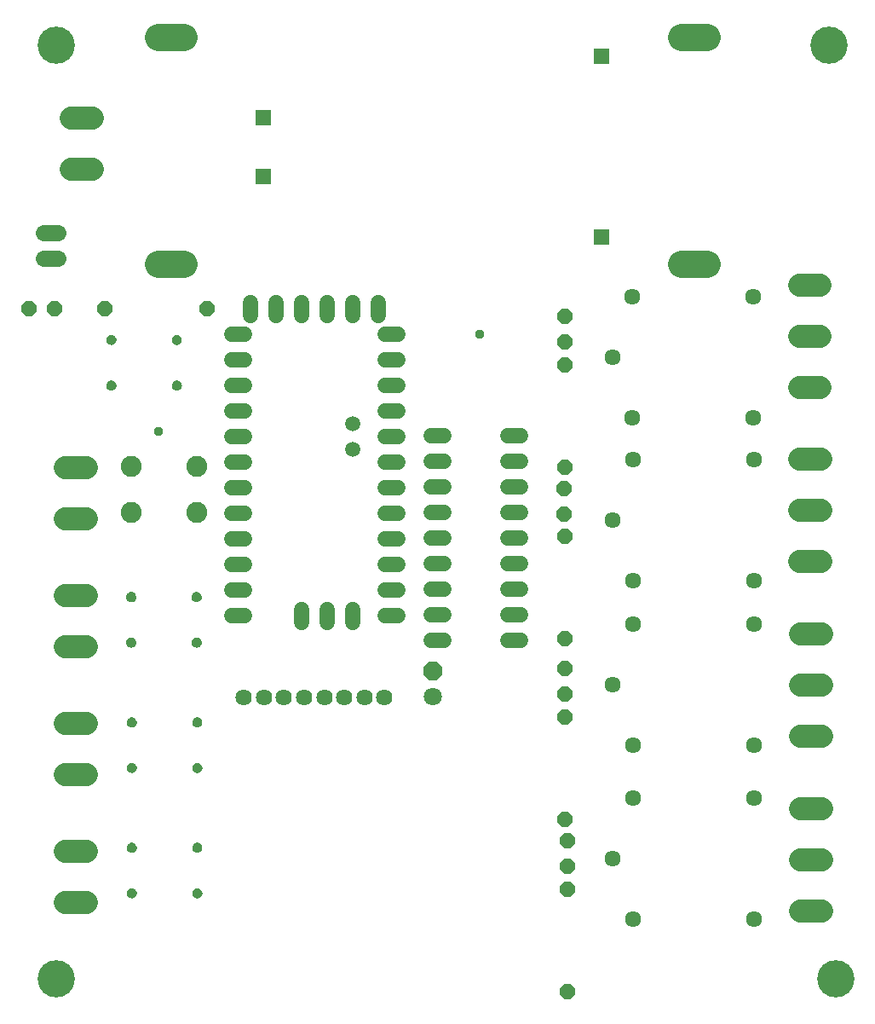
<source format=gbr>
G04 EAGLE Gerber RS-274X export*
G75*
%MOMM*%
%FSLAX34Y34*%
%LPD*%
%INSoldermask Top*%
%IPPOS*%
%AMOC8*
5,1,8,0,0,1.08239X$1,22.5*%
G01*
%ADD10C,3.703200*%
%ADD11P,1.951982X8X112.500000*%
%ADD12C,1.803400*%
%ADD13C,2.743200*%
%ADD14P,1.649562X8X112.500000*%
%ADD15P,1.649562X8X292.500000*%
%ADD16C,2.082800*%
%ADD17C,1.625600*%
%ADD18C,1.511200*%
%ADD19C,1.511200*%
%ADD20R,1.511200X1.511200*%
%ADD21C,1.524000*%
%ADD22P,1.649562X8X202.500000*%
%ADD23P,1.649562X8X22.500000*%
%ADD24C,2.298700*%
%ADD25C,1.625600*%
%ADD26C,1.611200*%
%ADD27C,0.959600*%

G36*
X165649Y667323D02*
X165649Y667323D01*
X165697Y667337D01*
X165787Y667355D01*
X166696Y667676D01*
X166740Y667701D01*
X166824Y667738D01*
X167639Y668253D01*
X167676Y668287D01*
X167749Y668342D01*
X168429Y669026D01*
X168458Y669067D01*
X168517Y669137D01*
X169028Y669955D01*
X169046Y670002D01*
X169089Y670083D01*
X169404Y670994D01*
X169412Y671044D01*
X169436Y671133D01*
X169541Y672091D01*
X169538Y672121D01*
X169544Y672160D01*
X169544Y672261D01*
X169539Y672289D01*
X169541Y672325D01*
X169442Y673298D01*
X169429Y673347D01*
X169412Y673437D01*
X169100Y674364D01*
X169075Y674408D01*
X169040Y674493D01*
X168529Y675327D01*
X168495Y675365D01*
X168441Y675439D01*
X167757Y676139D01*
X167716Y676168D01*
X167647Y676228D01*
X166825Y676758D01*
X166778Y676778D01*
X166698Y676822D01*
X165778Y677155D01*
X165729Y677164D01*
X165640Y677189D01*
X164669Y677309D01*
X164659Y677309D01*
X164647Y677312D01*
X164344Y677339D01*
X164294Y677334D01*
X164195Y677334D01*
X163238Y677192D01*
X163190Y677176D01*
X163100Y677156D01*
X162198Y676804D01*
X162155Y676778D01*
X162073Y676738D01*
X161272Y676195D01*
X161236Y676159D01*
X161164Y676102D01*
X160504Y675394D01*
X160477Y675352D01*
X160420Y675280D01*
X159934Y674443D01*
X159917Y674395D01*
X159877Y674312D01*
X159590Y673388D01*
X159584Y673338D01*
X159563Y673248D01*
X159497Y672383D01*
X159495Y672375D01*
X159495Y672357D01*
X159492Y672316D01*
X159488Y672287D01*
X159488Y672235D01*
X159493Y672208D01*
X159596Y671241D01*
X159610Y671193D01*
X159627Y671102D01*
X159946Y670172D01*
X159971Y670128D01*
X160007Y670043D01*
X160526Y669207D01*
X160559Y669170D01*
X160614Y669096D01*
X161305Y668396D01*
X161347Y668367D01*
X161416Y668306D01*
X162246Y667778D01*
X162293Y667759D01*
X162374Y667716D01*
X163301Y667385D01*
X163351Y667377D01*
X163439Y667353D01*
X164392Y667240D01*
X164496Y667220D01*
X164500Y667220D01*
X164503Y667218D01*
X164691Y667212D01*
X165649Y667323D01*
G37*
G36*
X100625Y667298D02*
X100625Y667298D01*
X100673Y667312D01*
X100763Y667330D01*
X101672Y667651D01*
X101716Y667676D01*
X101800Y667713D01*
X102615Y668228D01*
X102652Y668262D01*
X102725Y668317D01*
X103405Y669001D01*
X103434Y669042D01*
X103493Y669112D01*
X104004Y669930D01*
X104022Y669977D01*
X104065Y670058D01*
X104380Y670969D01*
X104388Y671019D01*
X104412Y671108D01*
X104517Y672066D01*
X104514Y672096D01*
X104520Y672135D01*
X104520Y672236D01*
X104515Y672264D01*
X104517Y672300D01*
X104418Y673273D01*
X104405Y673322D01*
X104388Y673412D01*
X104076Y674339D01*
X104051Y674383D01*
X104016Y674468D01*
X103505Y675302D01*
X103471Y675340D01*
X103417Y675414D01*
X102733Y676114D01*
X102692Y676143D01*
X102623Y676203D01*
X101801Y676733D01*
X101754Y676753D01*
X101674Y676797D01*
X100754Y677130D01*
X100705Y677139D01*
X100616Y677164D01*
X99645Y677284D01*
X99635Y677284D01*
X99623Y677287D01*
X99320Y677314D01*
X99270Y677309D01*
X99171Y677309D01*
X98214Y677167D01*
X98166Y677151D01*
X98076Y677131D01*
X97174Y676779D01*
X97131Y676753D01*
X97049Y676713D01*
X96248Y676170D01*
X96212Y676134D01*
X96140Y676077D01*
X95480Y675369D01*
X95453Y675327D01*
X95396Y675255D01*
X94910Y674418D01*
X94893Y674370D01*
X94853Y674287D01*
X94566Y673363D01*
X94560Y673313D01*
X94539Y673223D01*
X94473Y672358D01*
X94471Y672350D01*
X94471Y672332D01*
X94468Y672291D01*
X94464Y672262D01*
X94464Y672210D01*
X94469Y672183D01*
X94572Y671216D01*
X94586Y671168D01*
X94603Y671077D01*
X94922Y670147D01*
X94947Y670103D01*
X94983Y670018D01*
X95502Y669182D01*
X95535Y669145D01*
X95590Y669071D01*
X96281Y668371D01*
X96323Y668342D01*
X96392Y668281D01*
X97222Y667753D01*
X97269Y667734D01*
X97350Y667691D01*
X98277Y667360D01*
X98327Y667352D01*
X98415Y667328D01*
X99368Y667215D01*
X99472Y667195D01*
X99476Y667195D01*
X99479Y667193D01*
X99667Y667187D01*
X100625Y667298D01*
G37*
G36*
X100625Y622060D02*
X100625Y622060D01*
X100673Y622074D01*
X100763Y622092D01*
X101672Y622413D01*
X101716Y622438D01*
X101800Y622475D01*
X102615Y622990D01*
X102652Y623024D01*
X102725Y623079D01*
X103405Y623763D01*
X103434Y623804D01*
X103493Y623874D01*
X104004Y624692D01*
X104022Y624739D01*
X104065Y624820D01*
X104380Y625731D01*
X104388Y625781D01*
X104412Y625870D01*
X104517Y626828D01*
X104514Y626858D01*
X104520Y626897D01*
X104520Y626998D01*
X104515Y627026D01*
X104517Y627062D01*
X104418Y628035D01*
X104405Y628084D01*
X104388Y628174D01*
X104076Y629101D01*
X104051Y629145D01*
X104016Y629230D01*
X103505Y630064D01*
X103471Y630102D01*
X103417Y630176D01*
X102733Y630876D01*
X102692Y630905D01*
X102623Y630965D01*
X101801Y631495D01*
X101754Y631515D01*
X101674Y631559D01*
X100754Y631892D01*
X100705Y631901D01*
X100616Y631926D01*
X99645Y632046D01*
X99635Y632046D01*
X99623Y632049D01*
X99320Y632076D01*
X99270Y632071D01*
X99171Y632071D01*
X98214Y631929D01*
X98166Y631913D01*
X98076Y631893D01*
X97174Y631541D01*
X97131Y631515D01*
X97049Y631475D01*
X96248Y630932D01*
X96212Y630896D01*
X96140Y630839D01*
X95480Y630131D01*
X95453Y630089D01*
X95396Y630017D01*
X94910Y629180D01*
X94893Y629132D01*
X94853Y629049D01*
X94566Y628125D01*
X94560Y628075D01*
X94539Y627985D01*
X94473Y627120D01*
X94471Y627112D01*
X94471Y627094D01*
X94468Y627053D01*
X94464Y627024D01*
X94464Y626972D01*
X94469Y626945D01*
X94572Y625978D01*
X94586Y625930D01*
X94603Y625839D01*
X94922Y624909D01*
X94947Y624865D01*
X94983Y624780D01*
X95502Y623944D01*
X95535Y623907D01*
X95590Y623833D01*
X96281Y623133D01*
X96323Y623104D01*
X96392Y623043D01*
X97222Y622515D01*
X97269Y622496D01*
X97350Y622453D01*
X98277Y622122D01*
X98327Y622114D01*
X98415Y622090D01*
X99368Y621977D01*
X99472Y621957D01*
X99476Y621957D01*
X99479Y621955D01*
X99667Y621949D01*
X100625Y622060D01*
G37*
G36*
X165700Y622035D02*
X165700Y622035D01*
X165748Y622049D01*
X165838Y622067D01*
X166747Y622388D01*
X166791Y622413D01*
X166875Y622450D01*
X167690Y622965D01*
X167727Y622999D01*
X167800Y623054D01*
X168480Y623738D01*
X168509Y623779D01*
X168568Y623849D01*
X169079Y624667D01*
X169097Y624714D01*
X169140Y624795D01*
X169455Y625706D01*
X169463Y625756D01*
X169487Y625845D01*
X169592Y626803D01*
X169589Y626833D01*
X169595Y626872D01*
X169595Y626973D01*
X169590Y627001D01*
X169592Y627037D01*
X169493Y628010D01*
X169480Y628059D01*
X169463Y628149D01*
X169151Y629076D01*
X169126Y629120D01*
X169091Y629205D01*
X168580Y630039D01*
X168546Y630077D01*
X168492Y630151D01*
X167808Y630851D01*
X167767Y630880D01*
X167698Y630940D01*
X166876Y631470D01*
X166829Y631490D01*
X166749Y631534D01*
X165829Y631867D01*
X165780Y631876D01*
X165691Y631901D01*
X164720Y632021D01*
X164710Y632021D01*
X164698Y632024D01*
X164395Y632051D01*
X164345Y632046D01*
X164246Y632046D01*
X163289Y631904D01*
X163241Y631888D01*
X163151Y631868D01*
X162249Y631516D01*
X162206Y631490D01*
X162124Y631450D01*
X161323Y630907D01*
X161287Y630871D01*
X161215Y630814D01*
X160555Y630106D01*
X160528Y630064D01*
X160471Y629992D01*
X159985Y629155D01*
X159968Y629107D01*
X159928Y629024D01*
X159641Y628100D01*
X159635Y628050D01*
X159614Y627960D01*
X159548Y627095D01*
X159546Y627087D01*
X159546Y627069D01*
X159543Y627028D01*
X159539Y626999D01*
X159539Y626947D01*
X159544Y626920D01*
X159647Y625953D01*
X159661Y625905D01*
X159678Y625814D01*
X159997Y624884D01*
X160022Y624840D01*
X160058Y624755D01*
X160577Y623919D01*
X160610Y623882D01*
X160665Y623808D01*
X161356Y623108D01*
X161398Y623079D01*
X161467Y623018D01*
X162297Y622490D01*
X162344Y622471D01*
X162425Y622428D01*
X163352Y622097D01*
X163402Y622089D01*
X163490Y622065D01*
X164443Y621952D01*
X164547Y621932D01*
X164551Y621932D01*
X164554Y621930D01*
X164742Y621924D01*
X165700Y622035D01*
G37*
G36*
X185334Y412053D02*
X185334Y412053D01*
X185382Y412067D01*
X185472Y412085D01*
X186381Y412406D01*
X186425Y412431D01*
X186509Y412468D01*
X187324Y412983D01*
X187361Y413017D01*
X187434Y413072D01*
X188114Y413756D01*
X188143Y413797D01*
X188202Y413867D01*
X188713Y414685D01*
X188731Y414732D01*
X188774Y414813D01*
X189089Y415724D01*
X189097Y415774D01*
X189121Y415863D01*
X189226Y416821D01*
X189223Y416851D01*
X189229Y416890D01*
X189229Y416991D01*
X189224Y417019D01*
X189226Y417055D01*
X189127Y418028D01*
X189114Y418077D01*
X189097Y418167D01*
X188785Y419094D01*
X188760Y419138D01*
X188725Y419223D01*
X188214Y420057D01*
X188180Y420095D01*
X188126Y420169D01*
X187442Y420869D01*
X187401Y420898D01*
X187332Y420958D01*
X186510Y421488D01*
X186463Y421508D01*
X186383Y421552D01*
X185463Y421885D01*
X185414Y421894D01*
X185325Y421919D01*
X184354Y422039D01*
X184344Y422039D01*
X184332Y422042D01*
X184029Y422069D01*
X183979Y422064D01*
X183880Y422064D01*
X182923Y421922D01*
X182875Y421906D01*
X182785Y421886D01*
X181883Y421534D01*
X181840Y421508D01*
X181758Y421468D01*
X180957Y420925D01*
X180921Y420889D01*
X180849Y420832D01*
X180189Y420124D01*
X180162Y420082D01*
X180105Y420010D01*
X179619Y419173D01*
X179602Y419125D01*
X179562Y419042D01*
X179275Y418118D01*
X179269Y418068D01*
X179248Y417978D01*
X179182Y417113D01*
X179180Y417105D01*
X179180Y417087D01*
X179177Y417046D01*
X179173Y417017D01*
X179173Y416965D01*
X179178Y416938D01*
X179281Y415971D01*
X179295Y415923D01*
X179312Y415832D01*
X179631Y414902D01*
X179656Y414858D01*
X179692Y414773D01*
X180211Y413937D01*
X180244Y413900D01*
X180299Y413826D01*
X180990Y413126D01*
X181032Y413097D01*
X181101Y413036D01*
X181931Y412508D01*
X181978Y412489D01*
X182059Y412446D01*
X182986Y412115D01*
X183036Y412107D01*
X183124Y412083D01*
X184077Y411970D01*
X184181Y411950D01*
X184185Y411950D01*
X184188Y411948D01*
X184376Y411942D01*
X185334Y412053D01*
G37*
G36*
X120310Y412028D02*
X120310Y412028D01*
X120358Y412042D01*
X120448Y412060D01*
X121357Y412381D01*
X121401Y412406D01*
X121485Y412443D01*
X122300Y412958D01*
X122337Y412992D01*
X122410Y413047D01*
X123090Y413731D01*
X123119Y413772D01*
X123178Y413842D01*
X123689Y414660D01*
X123707Y414707D01*
X123750Y414788D01*
X124065Y415699D01*
X124073Y415749D01*
X124097Y415838D01*
X124202Y416796D01*
X124199Y416826D01*
X124205Y416865D01*
X124205Y416966D01*
X124200Y416994D01*
X124202Y417030D01*
X124103Y418003D01*
X124090Y418052D01*
X124073Y418142D01*
X123761Y419069D01*
X123736Y419113D01*
X123701Y419198D01*
X123190Y420032D01*
X123156Y420070D01*
X123102Y420144D01*
X122418Y420844D01*
X122377Y420873D01*
X122308Y420933D01*
X121486Y421463D01*
X121439Y421483D01*
X121359Y421527D01*
X120439Y421860D01*
X120390Y421869D01*
X120301Y421894D01*
X119330Y422014D01*
X119320Y422014D01*
X119308Y422017D01*
X119005Y422044D01*
X118955Y422039D01*
X118856Y422039D01*
X117899Y421897D01*
X117851Y421881D01*
X117761Y421861D01*
X116859Y421509D01*
X116816Y421483D01*
X116734Y421443D01*
X115933Y420900D01*
X115897Y420864D01*
X115825Y420807D01*
X115165Y420099D01*
X115138Y420057D01*
X115081Y419985D01*
X114595Y419148D01*
X114578Y419100D01*
X114538Y419017D01*
X114251Y418093D01*
X114245Y418043D01*
X114224Y417953D01*
X114158Y417088D01*
X114156Y417080D01*
X114156Y417062D01*
X114153Y417021D01*
X114149Y416992D01*
X114149Y416940D01*
X114154Y416913D01*
X114257Y415946D01*
X114271Y415898D01*
X114288Y415807D01*
X114607Y414877D01*
X114632Y414833D01*
X114668Y414748D01*
X115187Y413912D01*
X115220Y413875D01*
X115275Y413801D01*
X115966Y413101D01*
X116008Y413072D01*
X116077Y413011D01*
X116907Y412483D01*
X116954Y412464D01*
X117035Y412421D01*
X117962Y412090D01*
X118012Y412082D01*
X118100Y412058D01*
X119053Y411945D01*
X119157Y411925D01*
X119161Y411925D01*
X119164Y411923D01*
X119352Y411917D01*
X120310Y412028D01*
G37*
G36*
X120310Y366790D02*
X120310Y366790D01*
X120358Y366804D01*
X120448Y366822D01*
X121357Y367143D01*
X121401Y367168D01*
X121485Y367205D01*
X122300Y367720D01*
X122337Y367754D01*
X122410Y367809D01*
X123090Y368493D01*
X123119Y368534D01*
X123178Y368604D01*
X123689Y369422D01*
X123707Y369469D01*
X123750Y369550D01*
X124065Y370461D01*
X124073Y370511D01*
X124097Y370600D01*
X124202Y371558D01*
X124199Y371588D01*
X124205Y371627D01*
X124205Y371728D01*
X124200Y371756D01*
X124202Y371792D01*
X124103Y372765D01*
X124090Y372814D01*
X124073Y372904D01*
X123761Y373831D01*
X123736Y373875D01*
X123701Y373960D01*
X123190Y374794D01*
X123156Y374832D01*
X123102Y374906D01*
X122418Y375606D01*
X122377Y375635D01*
X122308Y375695D01*
X121486Y376225D01*
X121439Y376245D01*
X121359Y376289D01*
X120439Y376622D01*
X120390Y376631D01*
X120301Y376656D01*
X119330Y376776D01*
X119320Y376776D01*
X119308Y376779D01*
X119005Y376806D01*
X118955Y376801D01*
X118856Y376801D01*
X117899Y376659D01*
X117851Y376643D01*
X117761Y376623D01*
X116859Y376271D01*
X116816Y376245D01*
X116734Y376205D01*
X115933Y375662D01*
X115897Y375626D01*
X115825Y375569D01*
X115165Y374861D01*
X115138Y374819D01*
X115081Y374747D01*
X114595Y373910D01*
X114578Y373862D01*
X114538Y373779D01*
X114251Y372855D01*
X114245Y372805D01*
X114224Y372715D01*
X114158Y371850D01*
X114156Y371842D01*
X114156Y371824D01*
X114153Y371783D01*
X114149Y371754D01*
X114149Y371702D01*
X114154Y371675D01*
X114257Y370708D01*
X114271Y370660D01*
X114288Y370569D01*
X114607Y369639D01*
X114632Y369595D01*
X114668Y369510D01*
X115187Y368674D01*
X115220Y368637D01*
X115275Y368563D01*
X115966Y367863D01*
X116008Y367834D01*
X116077Y367773D01*
X116907Y367245D01*
X116954Y367226D01*
X117035Y367183D01*
X117962Y366852D01*
X118012Y366844D01*
X118100Y366820D01*
X119053Y366707D01*
X119157Y366687D01*
X119161Y366687D01*
X119164Y366685D01*
X119352Y366679D01*
X120310Y366790D01*
G37*
G36*
X185385Y366765D02*
X185385Y366765D01*
X185433Y366779D01*
X185523Y366797D01*
X186432Y367118D01*
X186476Y367143D01*
X186560Y367180D01*
X187375Y367695D01*
X187412Y367729D01*
X187485Y367784D01*
X188165Y368468D01*
X188194Y368509D01*
X188253Y368579D01*
X188764Y369397D01*
X188782Y369444D01*
X188825Y369525D01*
X189140Y370436D01*
X189148Y370486D01*
X189172Y370575D01*
X189277Y371533D01*
X189274Y371563D01*
X189280Y371602D01*
X189280Y371703D01*
X189275Y371731D01*
X189277Y371767D01*
X189178Y372740D01*
X189165Y372789D01*
X189148Y372879D01*
X188836Y373806D01*
X188811Y373850D01*
X188776Y373935D01*
X188265Y374769D01*
X188231Y374807D01*
X188177Y374881D01*
X187493Y375581D01*
X187452Y375610D01*
X187383Y375670D01*
X186561Y376200D01*
X186514Y376220D01*
X186434Y376264D01*
X185514Y376597D01*
X185465Y376606D01*
X185376Y376631D01*
X184405Y376751D01*
X184395Y376751D01*
X184383Y376754D01*
X184080Y376781D01*
X184030Y376776D01*
X183931Y376776D01*
X182974Y376634D01*
X182926Y376618D01*
X182836Y376598D01*
X181934Y376246D01*
X181891Y376220D01*
X181809Y376180D01*
X181008Y375637D01*
X180972Y375601D01*
X180900Y375544D01*
X180240Y374836D01*
X180213Y374794D01*
X180156Y374722D01*
X179670Y373885D01*
X179653Y373837D01*
X179613Y373754D01*
X179326Y372830D01*
X179320Y372780D01*
X179299Y372690D01*
X179233Y371825D01*
X179231Y371817D01*
X179231Y371799D01*
X179228Y371758D01*
X179224Y371729D01*
X179224Y371677D01*
X179229Y371650D01*
X179332Y370683D01*
X179346Y370635D01*
X179363Y370544D01*
X179682Y369614D01*
X179707Y369570D01*
X179743Y369485D01*
X180262Y368649D01*
X180295Y368612D01*
X180350Y368538D01*
X181041Y367838D01*
X181083Y367809D01*
X181152Y367748D01*
X181982Y367220D01*
X182029Y367201D01*
X182110Y367158D01*
X183037Y366827D01*
X183087Y366819D01*
X183175Y366795D01*
X184128Y366682D01*
X184232Y366662D01*
X184236Y366662D01*
X184239Y366660D01*
X184427Y366654D01*
X185385Y366765D01*
G37*
G36*
X185969Y287593D02*
X185969Y287593D01*
X186017Y287607D01*
X186107Y287625D01*
X187016Y287946D01*
X187060Y287971D01*
X187144Y288008D01*
X187959Y288523D01*
X187996Y288557D01*
X188069Y288612D01*
X188749Y289296D01*
X188778Y289337D01*
X188837Y289407D01*
X189348Y290225D01*
X189366Y290272D01*
X189409Y290353D01*
X189724Y291264D01*
X189732Y291314D01*
X189756Y291403D01*
X189861Y292361D01*
X189858Y292391D01*
X189864Y292430D01*
X189864Y292531D01*
X189859Y292559D01*
X189861Y292595D01*
X189762Y293568D01*
X189749Y293617D01*
X189732Y293707D01*
X189420Y294634D01*
X189395Y294678D01*
X189360Y294763D01*
X188849Y295597D01*
X188815Y295635D01*
X188761Y295709D01*
X188077Y296409D01*
X188036Y296438D01*
X187967Y296498D01*
X187145Y297028D01*
X187098Y297048D01*
X187018Y297092D01*
X186098Y297425D01*
X186049Y297434D01*
X185960Y297459D01*
X184989Y297579D01*
X184979Y297579D01*
X184967Y297582D01*
X184664Y297609D01*
X184614Y297604D01*
X184515Y297604D01*
X183558Y297462D01*
X183510Y297446D01*
X183420Y297426D01*
X182518Y297074D01*
X182475Y297048D01*
X182393Y297008D01*
X181592Y296465D01*
X181556Y296429D01*
X181484Y296372D01*
X180824Y295664D01*
X180797Y295622D01*
X180740Y295550D01*
X180254Y294713D01*
X180237Y294665D01*
X180197Y294582D01*
X179910Y293658D01*
X179904Y293608D01*
X179883Y293518D01*
X179817Y292653D01*
X179815Y292645D01*
X179815Y292627D01*
X179812Y292586D01*
X179808Y292557D01*
X179808Y292505D01*
X179813Y292478D01*
X179916Y291511D01*
X179930Y291463D01*
X179947Y291372D01*
X180266Y290442D01*
X180291Y290398D01*
X180327Y290313D01*
X180846Y289477D01*
X180879Y289440D01*
X180934Y289366D01*
X181625Y288666D01*
X181667Y288637D01*
X181736Y288576D01*
X182566Y288048D01*
X182613Y288029D01*
X182694Y287986D01*
X183621Y287655D01*
X183671Y287647D01*
X183759Y287623D01*
X184712Y287510D01*
X184816Y287490D01*
X184820Y287490D01*
X184823Y287488D01*
X185011Y287482D01*
X185969Y287593D01*
G37*
G36*
X120945Y287568D02*
X120945Y287568D01*
X120993Y287582D01*
X121083Y287600D01*
X121992Y287921D01*
X122036Y287946D01*
X122120Y287983D01*
X122935Y288498D01*
X122972Y288532D01*
X123045Y288587D01*
X123725Y289271D01*
X123754Y289312D01*
X123813Y289382D01*
X124324Y290200D01*
X124342Y290247D01*
X124385Y290328D01*
X124700Y291239D01*
X124708Y291289D01*
X124732Y291378D01*
X124837Y292336D01*
X124834Y292366D01*
X124840Y292405D01*
X124840Y292506D01*
X124835Y292534D01*
X124837Y292570D01*
X124738Y293543D01*
X124725Y293592D01*
X124708Y293682D01*
X124396Y294609D01*
X124371Y294653D01*
X124336Y294738D01*
X123825Y295572D01*
X123791Y295610D01*
X123737Y295684D01*
X123053Y296384D01*
X123012Y296413D01*
X122943Y296473D01*
X122121Y297003D01*
X122074Y297023D01*
X121994Y297067D01*
X121074Y297400D01*
X121025Y297409D01*
X120936Y297434D01*
X119965Y297554D01*
X119955Y297554D01*
X119943Y297557D01*
X119640Y297584D01*
X119590Y297579D01*
X119491Y297579D01*
X118534Y297437D01*
X118486Y297421D01*
X118396Y297401D01*
X117494Y297049D01*
X117451Y297023D01*
X117369Y296983D01*
X116568Y296440D01*
X116532Y296404D01*
X116460Y296347D01*
X115800Y295639D01*
X115773Y295597D01*
X115716Y295525D01*
X115230Y294688D01*
X115213Y294640D01*
X115173Y294557D01*
X114886Y293633D01*
X114880Y293583D01*
X114859Y293493D01*
X114793Y292628D01*
X114791Y292620D01*
X114791Y292602D01*
X114788Y292561D01*
X114784Y292532D01*
X114784Y292480D01*
X114789Y292453D01*
X114892Y291486D01*
X114906Y291438D01*
X114923Y291347D01*
X115242Y290417D01*
X115267Y290373D01*
X115303Y290288D01*
X115822Y289452D01*
X115855Y289415D01*
X115910Y289341D01*
X116601Y288641D01*
X116643Y288612D01*
X116712Y288551D01*
X117542Y288023D01*
X117589Y288004D01*
X117670Y287961D01*
X118597Y287630D01*
X118647Y287622D01*
X118735Y287598D01*
X119688Y287485D01*
X119792Y287465D01*
X119796Y287465D01*
X119799Y287463D01*
X119987Y287457D01*
X120945Y287568D01*
G37*
G36*
X120945Y242330D02*
X120945Y242330D01*
X120993Y242344D01*
X121083Y242362D01*
X121992Y242683D01*
X122036Y242708D01*
X122120Y242745D01*
X122935Y243260D01*
X122972Y243294D01*
X123045Y243349D01*
X123725Y244033D01*
X123754Y244074D01*
X123813Y244144D01*
X124324Y244962D01*
X124342Y245009D01*
X124385Y245090D01*
X124700Y246001D01*
X124708Y246051D01*
X124732Y246140D01*
X124837Y247098D01*
X124834Y247128D01*
X124840Y247167D01*
X124840Y247268D01*
X124835Y247296D01*
X124837Y247332D01*
X124738Y248305D01*
X124725Y248354D01*
X124708Y248444D01*
X124396Y249371D01*
X124371Y249415D01*
X124336Y249500D01*
X123825Y250334D01*
X123791Y250372D01*
X123737Y250446D01*
X123053Y251146D01*
X123012Y251175D01*
X122943Y251235D01*
X122121Y251765D01*
X122074Y251785D01*
X121994Y251829D01*
X121074Y252162D01*
X121025Y252171D01*
X120936Y252196D01*
X119965Y252316D01*
X119955Y252316D01*
X119943Y252319D01*
X119640Y252346D01*
X119590Y252341D01*
X119491Y252341D01*
X118534Y252199D01*
X118486Y252183D01*
X118396Y252163D01*
X117494Y251811D01*
X117451Y251785D01*
X117369Y251745D01*
X116568Y251202D01*
X116532Y251166D01*
X116460Y251109D01*
X115800Y250401D01*
X115773Y250359D01*
X115716Y250287D01*
X115230Y249450D01*
X115213Y249402D01*
X115173Y249319D01*
X114886Y248395D01*
X114880Y248345D01*
X114859Y248255D01*
X114793Y247390D01*
X114791Y247382D01*
X114791Y247364D01*
X114788Y247323D01*
X114784Y247294D01*
X114784Y247242D01*
X114789Y247215D01*
X114892Y246248D01*
X114906Y246200D01*
X114923Y246109D01*
X115242Y245179D01*
X115267Y245135D01*
X115303Y245050D01*
X115822Y244214D01*
X115855Y244177D01*
X115910Y244103D01*
X116601Y243403D01*
X116643Y243374D01*
X116712Y243313D01*
X117542Y242785D01*
X117589Y242766D01*
X117670Y242723D01*
X118597Y242392D01*
X118647Y242384D01*
X118735Y242360D01*
X119688Y242247D01*
X119792Y242227D01*
X119796Y242227D01*
X119799Y242225D01*
X119987Y242219D01*
X120945Y242330D01*
G37*
G36*
X186020Y242305D02*
X186020Y242305D01*
X186068Y242319D01*
X186158Y242337D01*
X187067Y242658D01*
X187111Y242683D01*
X187195Y242720D01*
X188010Y243235D01*
X188047Y243269D01*
X188120Y243324D01*
X188800Y244008D01*
X188829Y244049D01*
X188888Y244119D01*
X189399Y244937D01*
X189417Y244984D01*
X189460Y245065D01*
X189775Y245976D01*
X189783Y246026D01*
X189807Y246115D01*
X189912Y247073D01*
X189909Y247103D01*
X189915Y247142D01*
X189915Y247243D01*
X189910Y247271D01*
X189912Y247307D01*
X189813Y248280D01*
X189800Y248329D01*
X189783Y248419D01*
X189471Y249346D01*
X189446Y249390D01*
X189411Y249475D01*
X188900Y250309D01*
X188866Y250347D01*
X188812Y250421D01*
X188128Y251121D01*
X188087Y251150D01*
X188018Y251210D01*
X187196Y251740D01*
X187149Y251760D01*
X187069Y251804D01*
X186149Y252137D01*
X186100Y252146D01*
X186011Y252171D01*
X185040Y252291D01*
X185030Y252291D01*
X185018Y252294D01*
X184715Y252321D01*
X184665Y252316D01*
X184566Y252316D01*
X183609Y252174D01*
X183561Y252158D01*
X183471Y252138D01*
X182569Y251786D01*
X182526Y251760D01*
X182444Y251720D01*
X181643Y251177D01*
X181607Y251141D01*
X181535Y251084D01*
X180875Y250376D01*
X180848Y250334D01*
X180791Y250262D01*
X180305Y249425D01*
X180288Y249377D01*
X180248Y249294D01*
X179961Y248370D01*
X179955Y248320D01*
X179934Y248230D01*
X179868Y247365D01*
X179866Y247357D01*
X179866Y247339D01*
X179863Y247298D01*
X179859Y247269D01*
X179859Y247217D01*
X179864Y247190D01*
X179967Y246223D01*
X179981Y246175D01*
X179998Y246084D01*
X180317Y245154D01*
X180342Y245110D01*
X180378Y245025D01*
X180897Y244189D01*
X180930Y244152D01*
X180985Y244078D01*
X181676Y243378D01*
X181718Y243349D01*
X181787Y243288D01*
X182617Y242760D01*
X182664Y242741D01*
X182745Y242698D01*
X183672Y242367D01*
X183722Y242359D01*
X183810Y242335D01*
X184763Y242222D01*
X184867Y242202D01*
X184871Y242202D01*
X184874Y242200D01*
X185062Y242194D01*
X186020Y242305D01*
G37*
G36*
X185969Y163133D02*
X185969Y163133D01*
X186017Y163147D01*
X186107Y163165D01*
X187016Y163486D01*
X187060Y163511D01*
X187144Y163548D01*
X187959Y164063D01*
X187996Y164097D01*
X188069Y164152D01*
X188749Y164836D01*
X188778Y164877D01*
X188837Y164947D01*
X189348Y165765D01*
X189366Y165812D01*
X189409Y165893D01*
X189724Y166804D01*
X189732Y166854D01*
X189756Y166943D01*
X189861Y167901D01*
X189858Y167931D01*
X189864Y167970D01*
X189864Y168071D01*
X189859Y168099D01*
X189861Y168135D01*
X189762Y169108D01*
X189749Y169157D01*
X189732Y169247D01*
X189420Y170174D01*
X189395Y170218D01*
X189360Y170303D01*
X188849Y171137D01*
X188815Y171175D01*
X188761Y171249D01*
X188077Y171949D01*
X188036Y171978D01*
X187967Y172038D01*
X187145Y172568D01*
X187098Y172588D01*
X187018Y172632D01*
X186098Y172965D01*
X186049Y172974D01*
X185960Y172999D01*
X184989Y173119D01*
X184979Y173119D01*
X184967Y173122D01*
X184664Y173149D01*
X184614Y173144D01*
X184515Y173144D01*
X183558Y173002D01*
X183510Y172986D01*
X183420Y172966D01*
X182518Y172614D01*
X182475Y172588D01*
X182393Y172548D01*
X181592Y172005D01*
X181556Y171969D01*
X181484Y171912D01*
X180824Y171204D01*
X180797Y171162D01*
X180740Y171090D01*
X180254Y170253D01*
X180237Y170205D01*
X180197Y170122D01*
X179910Y169198D01*
X179904Y169148D01*
X179883Y169058D01*
X179817Y168193D01*
X179815Y168185D01*
X179815Y168167D01*
X179812Y168126D01*
X179808Y168097D01*
X179808Y168045D01*
X179813Y168018D01*
X179916Y167051D01*
X179930Y167003D01*
X179947Y166912D01*
X180266Y165982D01*
X180291Y165938D01*
X180327Y165853D01*
X180846Y165017D01*
X180879Y164980D01*
X180934Y164906D01*
X181625Y164206D01*
X181667Y164177D01*
X181736Y164116D01*
X182566Y163588D01*
X182613Y163569D01*
X182694Y163526D01*
X183621Y163195D01*
X183671Y163187D01*
X183759Y163163D01*
X184712Y163050D01*
X184816Y163030D01*
X184820Y163030D01*
X184823Y163028D01*
X185011Y163022D01*
X185969Y163133D01*
G37*
G36*
X120945Y163108D02*
X120945Y163108D01*
X120993Y163122D01*
X121083Y163140D01*
X121992Y163461D01*
X122036Y163486D01*
X122120Y163523D01*
X122935Y164038D01*
X122972Y164072D01*
X123045Y164127D01*
X123725Y164811D01*
X123754Y164852D01*
X123813Y164922D01*
X124324Y165740D01*
X124342Y165787D01*
X124385Y165868D01*
X124700Y166779D01*
X124708Y166829D01*
X124732Y166918D01*
X124837Y167876D01*
X124834Y167906D01*
X124840Y167945D01*
X124840Y168046D01*
X124835Y168074D01*
X124837Y168110D01*
X124738Y169083D01*
X124725Y169132D01*
X124708Y169222D01*
X124396Y170149D01*
X124371Y170193D01*
X124336Y170278D01*
X123825Y171112D01*
X123791Y171150D01*
X123737Y171224D01*
X123053Y171924D01*
X123012Y171953D01*
X122943Y172013D01*
X122121Y172543D01*
X122074Y172563D01*
X121994Y172607D01*
X121074Y172940D01*
X121025Y172949D01*
X120936Y172974D01*
X119965Y173094D01*
X119955Y173094D01*
X119943Y173097D01*
X119640Y173124D01*
X119590Y173119D01*
X119491Y173119D01*
X118534Y172977D01*
X118486Y172961D01*
X118396Y172941D01*
X117494Y172589D01*
X117451Y172563D01*
X117369Y172523D01*
X116568Y171980D01*
X116532Y171944D01*
X116460Y171887D01*
X115800Y171179D01*
X115773Y171137D01*
X115716Y171065D01*
X115230Y170228D01*
X115213Y170180D01*
X115173Y170097D01*
X114886Y169173D01*
X114880Y169123D01*
X114859Y169033D01*
X114793Y168168D01*
X114791Y168160D01*
X114791Y168142D01*
X114788Y168101D01*
X114784Y168072D01*
X114784Y168020D01*
X114789Y167993D01*
X114892Y167026D01*
X114906Y166978D01*
X114923Y166887D01*
X115242Y165957D01*
X115267Y165913D01*
X115303Y165828D01*
X115822Y164992D01*
X115855Y164955D01*
X115910Y164881D01*
X116601Y164181D01*
X116643Y164152D01*
X116712Y164091D01*
X117542Y163563D01*
X117589Y163544D01*
X117670Y163501D01*
X118597Y163170D01*
X118647Y163162D01*
X118735Y163138D01*
X119688Y163025D01*
X119792Y163005D01*
X119796Y163005D01*
X119799Y163003D01*
X119987Y162997D01*
X120945Y163108D01*
G37*
G36*
X120945Y117870D02*
X120945Y117870D01*
X120993Y117884D01*
X121083Y117902D01*
X121992Y118223D01*
X122036Y118248D01*
X122120Y118285D01*
X122935Y118800D01*
X122972Y118834D01*
X123045Y118889D01*
X123725Y119573D01*
X123754Y119614D01*
X123813Y119684D01*
X124324Y120502D01*
X124342Y120549D01*
X124385Y120630D01*
X124700Y121541D01*
X124708Y121591D01*
X124732Y121680D01*
X124837Y122638D01*
X124834Y122668D01*
X124840Y122707D01*
X124840Y122808D01*
X124835Y122836D01*
X124837Y122872D01*
X124738Y123845D01*
X124725Y123894D01*
X124708Y123984D01*
X124396Y124911D01*
X124371Y124955D01*
X124336Y125040D01*
X123825Y125874D01*
X123791Y125912D01*
X123737Y125986D01*
X123053Y126686D01*
X123012Y126715D01*
X122943Y126775D01*
X122121Y127305D01*
X122074Y127325D01*
X121994Y127369D01*
X121074Y127702D01*
X121025Y127711D01*
X120936Y127736D01*
X119965Y127856D01*
X119955Y127856D01*
X119943Y127859D01*
X119640Y127886D01*
X119590Y127881D01*
X119491Y127881D01*
X118534Y127739D01*
X118486Y127723D01*
X118396Y127703D01*
X117494Y127351D01*
X117451Y127325D01*
X117369Y127285D01*
X116568Y126742D01*
X116532Y126706D01*
X116460Y126649D01*
X115800Y125941D01*
X115773Y125899D01*
X115716Y125827D01*
X115230Y124990D01*
X115213Y124942D01*
X115173Y124859D01*
X114886Y123935D01*
X114880Y123885D01*
X114859Y123795D01*
X114793Y122930D01*
X114791Y122922D01*
X114791Y122904D01*
X114788Y122863D01*
X114784Y122834D01*
X114784Y122782D01*
X114789Y122755D01*
X114892Y121788D01*
X114906Y121740D01*
X114923Y121649D01*
X115242Y120719D01*
X115267Y120675D01*
X115303Y120590D01*
X115822Y119754D01*
X115855Y119717D01*
X115910Y119643D01*
X116601Y118943D01*
X116643Y118914D01*
X116712Y118853D01*
X117542Y118325D01*
X117589Y118306D01*
X117670Y118263D01*
X118597Y117932D01*
X118647Y117924D01*
X118735Y117900D01*
X119688Y117787D01*
X119792Y117767D01*
X119796Y117767D01*
X119799Y117765D01*
X119987Y117759D01*
X120945Y117870D01*
G37*
G36*
X186020Y117845D02*
X186020Y117845D01*
X186068Y117859D01*
X186158Y117877D01*
X187067Y118198D01*
X187111Y118223D01*
X187195Y118260D01*
X188010Y118775D01*
X188047Y118809D01*
X188120Y118864D01*
X188800Y119548D01*
X188829Y119589D01*
X188888Y119659D01*
X189399Y120477D01*
X189417Y120524D01*
X189460Y120605D01*
X189775Y121516D01*
X189783Y121566D01*
X189807Y121655D01*
X189912Y122613D01*
X189909Y122643D01*
X189915Y122682D01*
X189915Y122783D01*
X189910Y122811D01*
X189912Y122847D01*
X189813Y123820D01*
X189800Y123869D01*
X189783Y123959D01*
X189471Y124886D01*
X189446Y124930D01*
X189411Y125015D01*
X188900Y125849D01*
X188866Y125887D01*
X188812Y125961D01*
X188128Y126661D01*
X188087Y126690D01*
X188018Y126750D01*
X187196Y127280D01*
X187149Y127300D01*
X187069Y127344D01*
X186149Y127677D01*
X186100Y127686D01*
X186011Y127711D01*
X185040Y127831D01*
X185030Y127831D01*
X185018Y127834D01*
X184715Y127861D01*
X184665Y127856D01*
X184566Y127856D01*
X183609Y127714D01*
X183561Y127698D01*
X183471Y127678D01*
X182569Y127326D01*
X182526Y127300D01*
X182444Y127260D01*
X181643Y126717D01*
X181607Y126681D01*
X181535Y126624D01*
X180875Y125916D01*
X180848Y125874D01*
X180791Y125802D01*
X180305Y124965D01*
X180288Y124917D01*
X180248Y124834D01*
X179961Y123910D01*
X179955Y123860D01*
X179934Y123770D01*
X179868Y122905D01*
X179866Y122897D01*
X179866Y122879D01*
X179863Y122838D01*
X179859Y122809D01*
X179859Y122757D01*
X179864Y122730D01*
X179967Y121763D01*
X179981Y121715D01*
X179998Y121624D01*
X180317Y120694D01*
X180342Y120650D01*
X180378Y120565D01*
X180897Y119729D01*
X180930Y119692D01*
X180985Y119618D01*
X181676Y118918D01*
X181718Y118889D01*
X181787Y118828D01*
X182617Y118300D01*
X182664Y118281D01*
X182745Y118238D01*
X183672Y117907D01*
X183722Y117899D01*
X183810Y117875D01*
X184763Y117762D01*
X184867Y117742D01*
X184871Y117742D01*
X184874Y117740D01*
X185062Y117734D01*
X186020Y117845D01*
G37*
D10*
X44450Y965200D03*
X812800Y965200D03*
X819150Y38100D03*
X44450Y38100D03*
D11*
X419100Y343535D03*
D12*
X419100Y318135D03*
D13*
X172085Y972312D02*
X146685Y972312D01*
X146685Y747268D02*
X172085Y747268D01*
X666115Y972312D02*
X691515Y972312D01*
X691515Y747268D02*
X666115Y747268D01*
D14*
X549910Y670560D03*
X549910Y695960D03*
X549275Y499110D03*
X549275Y524510D03*
D15*
X550545Y647700D03*
X550545Y546100D03*
X549910Y476885D03*
X549910Y375285D03*
D16*
X184277Y501269D03*
X119253Y501269D03*
X184277Y546481D03*
X119253Y546481D03*
D17*
X370990Y317500D03*
X350990Y317500D03*
X330990Y317500D03*
X310990Y317500D03*
X290990Y317500D03*
X270990Y317500D03*
X250990Y317500D03*
X230990Y317500D03*
D18*
X238125Y696405D02*
X238125Y709485D01*
X263525Y709485D02*
X263525Y696405D01*
X288925Y696405D02*
X288925Y709485D01*
X314325Y709485D02*
X314325Y696405D01*
X339725Y696405D02*
X339725Y709485D01*
X365125Y709485D02*
X365125Y696405D01*
X231965Y677545D02*
X218885Y677545D01*
X218885Y652145D02*
X231965Y652145D01*
X231965Y626745D02*
X218885Y626745D01*
X218885Y601345D02*
X231965Y601345D01*
X231965Y575945D02*
X218885Y575945D01*
X218885Y550545D02*
X231965Y550545D01*
X231965Y525145D02*
X218885Y525145D01*
X218885Y499745D02*
X231965Y499745D01*
X231965Y474345D02*
X218885Y474345D01*
X218885Y448945D02*
X231965Y448945D01*
X231965Y423545D02*
X218885Y423545D01*
X218885Y398145D02*
X231965Y398145D01*
X371285Y677545D02*
X384365Y677545D01*
X384365Y652145D02*
X371285Y652145D01*
X371285Y626745D02*
X384365Y626745D01*
X384365Y601345D02*
X371285Y601345D01*
X371285Y575945D02*
X384365Y575945D01*
X384365Y550545D02*
X371285Y550545D01*
X371285Y525145D02*
X384365Y525145D01*
X384365Y499745D02*
X371285Y499745D01*
X371285Y474345D02*
X384365Y474345D01*
X384365Y448945D02*
X371285Y448945D01*
X371285Y423545D02*
X384365Y423545D01*
X384365Y398145D02*
X371285Y398145D01*
X339725Y404685D02*
X339725Y391605D01*
X314325Y391605D02*
X314325Y404685D01*
X288925Y404685D02*
X288925Y391605D01*
D19*
X339725Y588645D03*
X339725Y563245D03*
D20*
X250600Y834300D03*
X250600Y893300D03*
X586600Y954300D03*
X586600Y774300D03*
D21*
X430149Y577215D02*
X416941Y577215D01*
X416941Y551815D02*
X430149Y551815D01*
X430149Y424815D02*
X416941Y424815D01*
X416941Y399415D02*
X430149Y399415D01*
X430149Y526415D02*
X416941Y526415D01*
X416941Y501015D02*
X430149Y501015D01*
X430149Y450215D02*
X416941Y450215D01*
X416941Y475615D02*
X430149Y475615D01*
X430149Y374015D02*
X416941Y374015D01*
X493141Y374015D02*
X506349Y374015D01*
X506349Y399415D02*
X493141Y399415D01*
X493141Y424815D02*
X506349Y424815D01*
X506349Y450215D02*
X493141Y450215D01*
X493141Y475615D02*
X506349Y475615D01*
X506349Y501015D02*
X493141Y501015D01*
X493141Y526415D02*
X506349Y526415D01*
X506349Y551815D02*
X493141Y551815D01*
X493141Y577215D02*
X506349Y577215D01*
D15*
X549910Y297815D03*
X549910Y196215D03*
X552450Y127000D03*
X552450Y25400D03*
D14*
X549910Y320675D03*
X549910Y346075D03*
X552450Y149225D03*
X552450Y174625D03*
D22*
X194310Y702945D03*
X92710Y702945D03*
D23*
X17780Y703580D03*
X43180Y703580D03*
D24*
X59373Y892810D02*
X80328Y892810D01*
X80328Y842010D02*
X59373Y842010D01*
D25*
X46482Y778510D02*
X32258Y778510D01*
X32258Y753110D02*
X46482Y753110D01*
D26*
X737295Y594755D03*
X617295Y714755D03*
X597295Y654755D03*
X737295Y714755D03*
X617295Y594755D03*
X737930Y433465D03*
X617930Y553465D03*
X597930Y493465D03*
X737930Y553465D03*
X617930Y433465D03*
X737930Y269635D03*
X617930Y389635D03*
X597930Y329635D03*
X737930Y389635D03*
X617930Y269635D03*
X737930Y96915D03*
X617930Y216915D03*
X597930Y156915D03*
X737930Y216915D03*
X617930Y96915D03*
D24*
X782638Y625475D02*
X803593Y625475D01*
X803593Y676275D02*
X782638Y676275D01*
X782638Y727075D02*
X803593Y727075D01*
X804228Y452755D02*
X783273Y452755D01*
X783273Y503555D02*
X804228Y503555D01*
X804228Y554355D02*
X783273Y554355D01*
X783908Y279400D02*
X804863Y279400D01*
X804863Y330200D02*
X783908Y330200D01*
X783908Y381000D02*
X804863Y381000D01*
X804863Y105410D02*
X783908Y105410D01*
X783908Y156210D02*
X804863Y156210D01*
X804863Y207010D02*
X783908Y207010D01*
X73978Y546100D02*
X53023Y546100D01*
X53023Y495300D02*
X73978Y495300D01*
X73978Y419100D02*
X53023Y419100D01*
X53023Y368300D02*
X73978Y368300D01*
X73978Y292100D02*
X53023Y292100D01*
X53023Y241300D02*
X73978Y241300D01*
X73978Y165100D02*
X53023Y165100D01*
X53023Y114300D02*
X73978Y114300D01*
D27*
X465455Y677545D03*
X146050Y581025D03*
M02*

</source>
